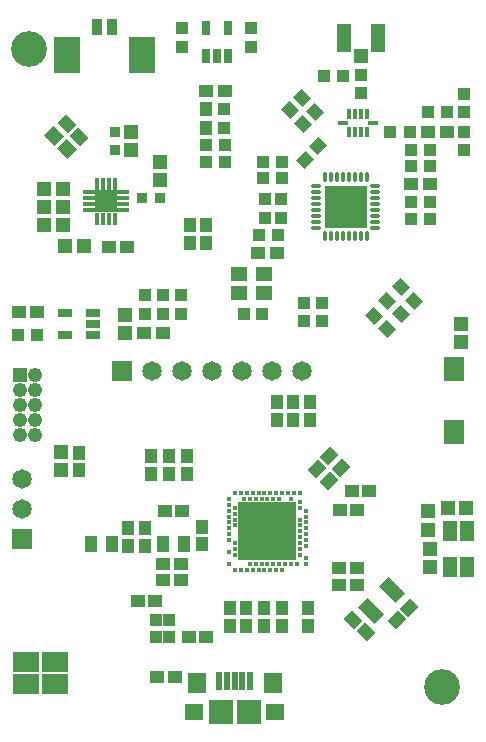
<source format=gts>
G04 Layer_Color=8388736*
%FSLAX25Y25*%
%MOIN*%
G70*
G01*
G75*
%ADD86R,0.07214X0.07214*%
%ADD87R,0.03947X0.01387*%
%ADD88R,0.01387X0.03947*%
%ADD89R,0.04143X0.04340*%
%ADD90R,0.04537X0.04340*%
%ADD91R,0.04537X0.04734*%
%ADD92R,0.04931X0.02962*%
%ADD93R,0.04734X0.04143*%
%ADD94R,0.04340X0.04143*%
%ADD95C,0.01476*%
%ADD96R,0.19488X0.19488*%
G04:AMPARAMS|DCode=97|XSize=41.43mil|YSize=47.34mil|CornerRadius=0mil|HoleSize=0mil|Usage=FLASHONLY|Rotation=45.000|XOffset=0mil|YOffset=0mil|HoleType=Round|Shape=Rectangle|*
%AMROTATEDRECTD97*
4,1,4,0.00209,-0.03139,-0.03139,0.00209,-0.00209,0.03139,0.03139,-0.00209,0.00209,-0.03139,0.0*
%
%ADD97ROTATEDRECTD97*%

%ADD98R,0.04183X0.04380*%
%ADD99R,0.08632X0.06663*%
%ADD100R,0.03750X0.03750*%
G04:AMPARAMS|DCode=101|XSize=41.43mil|YSize=43.4mil|CornerRadius=0mil|HoleSize=0mil|Usage=FLASHONLY|Rotation=225.000|XOffset=0mil|YOffset=0mil|HoleType=Round|Shape=Rectangle|*
%AMROTATEDRECTD101*
4,1,4,-0.00070,0.02999,0.02999,-0.00070,0.00070,-0.02999,-0.02999,0.00070,-0.00070,0.02999,0.0*
%
%ADD101ROTATEDRECTD101*%

%ADD102R,0.04734X0.04537*%
G04:AMPARAMS|DCode=103|XSize=45.37mil|YSize=47.34mil|CornerRadius=0mil|HoleSize=0mil|Usage=FLASHONLY|Rotation=225.000|XOffset=0mil|YOffset=0mil|HoleType=Round|Shape=Rectangle|*
%AMROTATEDRECTD103*
4,1,4,-0.00070,0.03278,0.03278,-0.00070,0.00070,-0.03278,-0.03278,0.00070,-0.00070,0.03278,0.0*
%
%ADD103ROTATEDRECTD103*%

%ADD104R,0.03750X0.05718*%
%ADD105R,0.08868X0.12411*%
%ADD106R,0.05718X0.04931*%
%ADD107R,0.04261X0.05521*%
%ADD108R,0.04143X0.04734*%
G04:AMPARAMS|DCode=109|XSize=41.43mil|YSize=47.34mil|CornerRadius=0mil|HoleSize=0mil|Usage=FLASHONLY|Rotation=135.000|XOffset=0mil|YOffset=0mil|HoleType=Round|Shape=Rectangle|*
%AMROTATEDRECTD109*
4,1,4,0.03139,0.00209,-0.00209,-0.03139,-0.03139,-0.00209,0.00209,0.03139,0.03139,0.00209,0.0*
%
%ADD109ROTATEDRECTD109*%

G04:AMPARAMS|DCode=110|XSize=45.37mil|YSize=76.87mil|CornerRadius=0mil|HoleSize=0mil|Usage=FLASHONLY|Rotation=45.000|XOffset=0mil|YOffset=0mil|HoleType=Round|Shape=Rectangle|*
%AMROTATEDRECTD110*
4,1,4,0.01114,-0.04322,-0.04322,0.01114,-0.01114,0.04322,0.04322,-0.01114,0.01114,-0.04322,0.0*
%
%ADD110ROTATEDRECTD110*%

%ADD111R,0.03947X0.04340*%
%ADD112R,0.04340X0.04537*%
G04:AMPARAMS|DCode=113|XSize=41.43mil|YSize=43.4mil|CornerRadius=0mil|HoleSize=0mil|Usage=FLASHONLY|Rotation=315.000|XOffset=0mil|YOffset=0mil|HoleType=Round|Shape=Rectangle|*
%AMROTATEDRECTD113*
4,1,4,-0.02999,-0.00070,0.00070,0.02999,0.02999,0.00070,-0.00070,-0.02999,-0.02999,-0.00070,0.0*
%
%ADD113ROTATEDRECTD113*%

%ADD114R,0.02962X0.04931*%
%ADD115R,0.04537X0.04537*%
%ADD116R,0.04734X0.09261*%
%ADD117O,0.01387X0.03750*%
%ADD118O,0.03750X0.01387*%
%ADD119R,0.13986X0.14183*%
%ADD120R,0.03750X0.03750*%
%ADD121R,0.08080X0.08080*%
%ADD122R,0.06309X0.05718*%
%ADD123R,0.06112X0.06899*%
%ADD124R,0.02175X0.05915*%
%ADD125R,0.01584X0.03750*%
%ADD126R,0.03750X0.01781*%
%ADD127R,0.04931X0.06506*%
%ADD128R,0.06899X0.08474*%
%ADD129C,0.06506*%
%ADD130R,0.06506X0.06506*%
%ADD131R,0.06506X0.06506*%
%ADD132C,0.04800*%
%ADD133R,0.04800X0.04800*%
%ADD134C,0.02568*%
%ADD135C,0.11900*%
%ADD136C,0.03000*%
D86*
X47050Y183548D02*
D03*
D87*
X41282Y180595D02*
D03*
Y182563D02*
D03*
Y184532D02*
D03*
Y186500D02*
D03*
X52818D02*
D03*
Y184532D02*
D03*
Y182563D02*
D03*
Y180595D02*
D03*
D88*
X44097Y189315D02*
D03*
X46066D02*
D03*
X48034D02*
D03*
X50003D02*
D03*
Y177780D02*
D03*
X48034D02*
D03*
X46066D02*
D03*
X44097D02*
D03*
D89*
X95550Y235000D02*
D03*
Y241300D02*
D03*
X72050Y146000D02*
D03*
Y152300D02*
D03*
X66050Y146000D02*
D03*
Y152300D02*
D03*
X60050Y146000D02*
D03*
Y152300D02*
D03*
X132050Y225800D02*
D03*
Y219500D02*
D03*
X86550Y214300D02*
D03*
Y208000D02*
D03*
X166550Y213150D02*
D03*
X166550Y219449D02*
D03*
X166550Y206800D02*
D03*
Y200500D02*
D03*
X105550Y178000D02*
D03*
Y184300D02*
D03*
X100050Y178000D02*
D03*
Y184300D02*
D03*
X119050Y149800D02*
D03*
Y143500D02*
D03*
X113050Y149800D02*
D03*
Y143500D02*
D03*
X72550Y241300D02*
D03*
Y235000D02*
D03*
D90*
X59900Y139650D02*
D03*
X66200D02*
D03*
X80400Y220150D02*
D03*
X86700D02*
D03*
X154400Y206650D02*
D03*
X160700D02*
D03*
X148900Y189150D02*
D03*
X155200D02*
D03*
X104200Y166150D02*
D03*
X97900D02*
D03*
D91*
X53550Y145701D02*
D03*
Y139599D02*
D03*
X55550Y206599D02*
D03*
Y200497D02*
D03*
X65050Y190599D02*
D03*
Y196701D02*
D03*
X165550Y142701D02*
D03*
Y136599D02*
D03*
X154550Y74099D02*
D03*
Y80201D02*
D03*
X155050Y67701D02*
D03*
Y61599D02*
D03*
X32000Y100051D02*
D03*
Y93949D02*
D03*
D92*
X33326Y138910D02*
D03*
Y146390D02*
D03*
X42774D02*
D03*
Y142650D02*
D03*
Y138910D02*
D03*
D93*
X18047Y146500D02*
D03*
X23953D02*
D03*
X48097Y168150D02*
D03*
X54003D02*
D03*
X66097Y62650D02*
D03*
X72003D02*
D03*
X124717Y55574D02*
D03*
X130622D02*
D03*
X80503Y38150D02*
D03*
X74597D02*
D03*
X57597Y50150D02*
D03*
X63503D02*
D03*
X66097Y57150D02*
D03*
X72003D02*
D03*
X72503Y80150D02*
D03*
X66597D02*
D03*
X69953Y25000D02*
D03*
X64047D02*
D03*
X128924Y87024D02*
D03*
X134829D02*
D03*
X124924Y80524D02*
D03*
X130830D02*
D03*
X124717Y61231D02*
D03*
X130622D02*
D03*
D94*
X24150Y139000D02*
D03*
X17850D02*
D03*
X80400Y202150D02*
D03*
X86700Y202150D02*
D03*
X80400Y196650D02*
D03*
X86700Y196650D02*
D03*
X105700D02*
D03*
X99400D02*
D03*
X126200Y225150D02*
D03*
X119900D02*
D03*
X154400Y213150D02*
D03*
X160700D02*
D03*
X148900Y200650D02*
D03*
X155200D02*
D03*
X155200Y195150D02*
D03*
X148900D02*
D03*
X155200Y177650D02*
D03*
X148900D02*
D03*
X155200Y183150D02*
D03*
X148900D02*
D03*
X98050Y172150D02*
D03*
X104349D02*
D03*
X105700Y191150D02*
D03*
X99400D02*
D03*
X92921Y146130D02*
D03*
X99220D02*
D03*
D95*
X107766Y86319D02*
D03*
X109735D02*
D03*
X92019Y60729D02*
D03*
X105798D02*
D03*
X103830D02*
D03*
X101861D02*
D03*
X99892D02*
D03*
X97924D02*
D03*
X95955D02*
D03*
X93987D02*
D03*
X90050D02*
D03*
X113672Y62697D02*
D03*
X110719D02*
D03*
X108751D02*
D03*
X106782D02*
D03*
X104814D02*
D03*
X102845D02*
D03*
X100877D02*
D03*
X98908D02*
D03*
X96940D02*
D03*
X94971D02*
D03*
X88082D02*
D03*
X90050Y65650D02*
D03*
X113672Y64666D02*
D03*
X111704Y65650D02*
D03*
X88082Y66634D02*
D03*
X111704Y67619D02*
D03*
X90050D02*
D03*
X113672Y68603D02*
D03*
X111704Y69587D02*
D03*
X90050D02*
D03*
X113672Y70571D02*
D03*
X88082D02*
D03*
X111704Y71556D02*
D03*
X113672Y72540D02*
D03*
X88082D02*
D03*
X111704Y73524D02*
D03*
X113672Y74508D02*
D03*
X88082D02*
D03*
X111704Y75493D02*
D03*
X90050D02*
D03*
X113672Y76477D02*
D03*
X88082D02*
D03*
X111704Y77461D02*
D03*
X90050D02*
D03*
X113672Y78445D02*
D03*
X88082D02*
D03*
X90050Y79430D02*
D03*
X113672Y80414D02*
D03*
X88082D02*
D03*
X111704Y81398D02*
D03*
X90050D02*
D03*
X88082Y82382D02*
D03*
X111704Y83367D02*
D03*
X108751Y84351D02*
D03*
X104814D02*
D03*
X102845D02*
D03*
X100877D02*
D03*
X98908D02*
D03*
X96940D02*
D03*
X94971D02*
D03*
X93003D02*
D03*
X88082D02*
D03*
X111704Y86319D02*
D03*
X105798D02*
D03*
X103830D02*
D03*
X101861D02*
D03*
X99892D02*
D03*
X97924D02*
D03*
X95955D02*
D03*
X93987D02*
D03*
X92019D02*
D03*
X90050D02*
D03*
D96*
X100877Y73524D02*
D03*
D97*
X38138Y205062D02*
D03*
X33962Y209238D02*
D03*
X129412Y44088D02*
D03*
X133588Y39912D02*
D03*
D98*
X141723Y206650D02*
D03*
X148377D02*
D03*
D99*
X20394Y22500D02*
D03*
Y30098D02*
D03*
X30000Y22500D02*
D03*
X30000Y30099D02*
D03*
D100*
X59145Y184548D02*
D03*
X65050D02*
D03*
D101*
X140823Y150377D02*
D03*
X145277Y145923D02*
D03*
X112777Y209423D02*
D03*
X108323Y213877D02*
D03*
X112323Y217877D02*
D03*
X116777Y213423D02*
D03*
X145323Y154877D02*
D03*
X149777Y150423D02*
D03*
X136323Y145377D02*
D03*
X140777Y140923D02*
D03*
D102*
X33499Y168650D02*
D03*
X39601D02*
D03*
X26499Y187650D02*
D03*
X32601D02*
D03*
X26499Y181650D02*
D03*
X32601D02*
D03*
X26550Y175548D02*
D03*
X32652D02*
D03*
X167101Y81150D02*
D03*
X160999D02*
D03*
D103*
X34207Y200992D02*
D03*
X29893Y205308D02*
D03*
D104*
X49011Y241796D02*
D03*
X44089Y241796D02*
D03*
D105*
X34050Y232150D02*
D03*
X59050Y232150D02*
D03*
D106*
X91416Y159398D02*
D03*
X99684D02*
D03*
Y152902D02*
D03*
X91416D02*
D03*
D107*
X42164Y69150D02*
D03*
X48936D02*
D03*
X72936D02*
D03*
X66164D02*
D03*
D108*
X54550Y68697D02*
D03*
Y74603D02*
D03*
X60050Y68697D02*
D03*
Y74603D02*
D03*
X104050Y110697D02*
D03*
Y116603D02*
D03*
X109550Y110697D02*
D03*
Y116603D02*
D03*
X115050Y110697D02*
D03*
Y116603D02*
D03*
X88377Y47977D02*
D03*
Y42071D02*
D03*
X93877Y47977D02*
D03*
Y42071D02*
D03*
X99877Y47977D02*
D03*
Y42071D02*
D03*
X105877Y47977D02*
D03*
Y42071D02*
D03*
X114377Y47977D02*
D03*
Y42071D02*
D03*
X79050Y69197D02*
D03*
Y75103D02*
D03*
X62050Y98603D02*
D03*
Y92697D02*
D03*
X68050Y98603D02*
D03*
Y92697D02*
D03*
X74050Y98603D02*
D03*
X74050Y92697D02*
D03*
X74964Y169783D02*
D03*
X74964Y175689D02*
D03*
X80439Y169722D02*
D03*
Y175628D02*
D03*
X37950Y99803D02*
D03*
Y93897D02*
D03*
D109*
X148088Y48088D02*
D03*
X143912Y43912D02*
D03*
X121289Y90436D02*
D03*
X125465Y94612D02*
D03*
X117289Y94436D02*
D03*
X121465Y98612D02*
D03*
D110*
X135397Y47044D02*
D03*
X142357Y54004D02*
D03*
D111*
X68141Y43878D02*
D03*
X63613D02*
D03*
Y38170D02*
D03*
X68141Y38170D02*
D03*
D112*
X80550Y214300D02*
D03*
X80550Y208000D02*
D03*
D113*
X113323Y197423D02*
D03*
X117777Y201877D02*
D03*
D114*
X80310Y241374D02*
D03*
X87790D02*
D03*
Y231926D02*
D03*
X84050D02*
D03*
X80310Y231926D02*
D03*
D115*
X132054Y232095D02*
D03*
D116*
X126247Y238000D02*
D03*
X137861D02*
D03*
D117*
X120160Y171808D02*
D03*
X122129D02*
D03*
X124097D02*
D03*
X126066D02*
D03*
X128034D02*
D03*
X130003D02*
D03*
X131971D02*
D03*
X133940D02*
D03*
Y191492D02*
D03*
X131971D02*
D03*
X130003D02*
D03*
X128034D02*
D03*
X126066D02*
D03*
X124097D02*
D03*
X122129D02*
D03*
X120160D02*
D03*
D118*
X136892Y174760D02*
D03*
Y176729D02*
D03*
Y178697D02*
D03*
Y180666D02*
D03*
Y182634D02*
D03*
Y184603D02*
D03*
Y186571D02*
D03*
Y188540D02*
D03*
X117208D02*
D03*
Y186571D02*
D03*
Y184603D02*
D03*
Y182634D02*
D03*
Y180666D02*
D03*
Y178697D02*
D03*
Y176729D02*
D03*
Y174760D02*
D03*
D119*
X127050Y181650D02*
D03*
D120*
X50050Y200642D02*
D03*
X50050Y206548D02*
D03*
D121*
X94724Y13234D02*
D03*
X85276D02*
D03*
D122*
X103484D02*
D03*
X76516D02*
D03*
D123*
X77402Y22880D02*
D03*
X102598D02*
D03*
D124*
X84882Y23766D02*
D03*
X87441D02*
D03*
X90000D02*
D03*
X92559D02*
D03*
X95118D02*
D03*
D125*
X128097Y206500D02*
D03*
X130066D02*
D03*
X132034D02*
D03*
X134003D02*
D03*
X128097Y212800D02*
D03*
X130066D02*
D03*
X132034D02*
D03*
X134003D02*
D03*
D126*
X126129Y209650D02*
D03*
X135971D02*
D03*
D127*
X161597Y61744D02*
D03*
X167503D02*
D03*
Y73555D02*
D03*
X161597Y73555D02*
D03*
D128*
X163050Y106520D02*
D03*
Y127780D02*
D03*
D129*
X112500Y127000D02*
D03*
X102500D02*
D03*
X92500D02*
D03*
X82500D02*
D03*
X62500D02*
D03*
X72500D02*
D03*
X19000Y91000D02*
D03*
Y81000D02*
D03*
D130*
X52500Y127000D02*
D03*
D131*
X19000Y71000D02*
D03*
D132*
X23500Y120500D02*
D03*
Y115500D02*
D03*
X23500Y110500D02*
D03*
X23500Y105500D02*
D03*
X18500Y120500D02*
D03*
X18500Y115500D02*
D03*
Y110500D02*
D03*
X18500Y105500D02*
D03*
X23500Y125500D02*
D03*
D133*
X18500Y125500D02*
D03*
D134*
X47050Y183548D02*
D03*
X122719Y177319D02*
D03*
Y181650D02*
D03*
Y185981D02*
D03*
X127050Y177319D02*
D03*
Y181650D02*
D03*
Y185981D02*
D03*
X131381Y177319D02*
D03*
Y181650D02*
D03*
Y185981D02*
D03*
D135*
X159050Y21650D02*
D03*
X21550Y234150D02*
D03*
D136*
X107963Y75886D02*
D03*
X103239D02*
D03*
X107963Y66437D02*
D03*
X103239D02*
D03*
Y80611D02*
D03*
X107963D02*
D03*
Y71162D02*
D03*
X103239D02*
D03*
X98515Y80611D02*
D03*
X93790D02*
D03*
X98515Y66437D02*
D03*
X93790D02*
D03*
X98515Y71162D02*
D03*
X93790D02*
D03*
X98515Y75886D02*
D03*
X93790D02*
D03*
M02*

</source>
